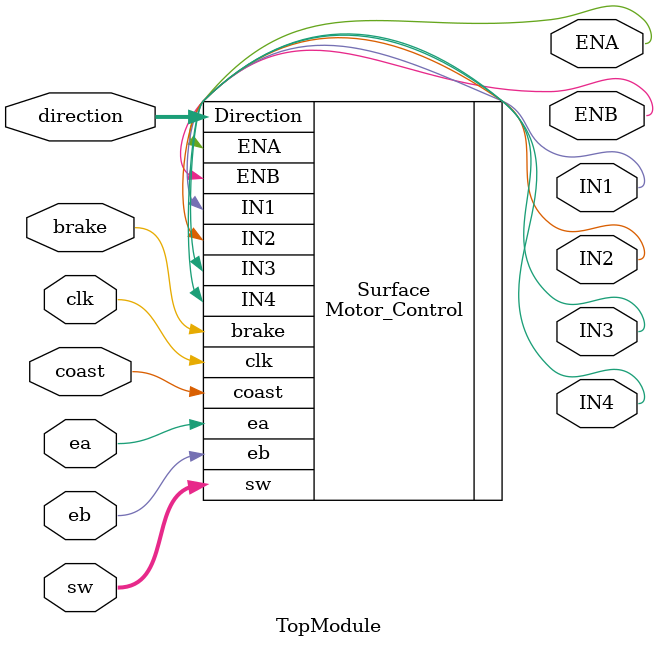
<source format=v>
`timescale 1ns / 1ps


module TopModule(
    input clk,
    input [2:0]direction,
    input [5:0]sw, // Speed for the motor control module set by the switches, to be removed
    input brake, // to be removed in favor of a register in the code
    input coast, // to be removed as with brake
    input ea, // input from the encoder of motor a
    input eb, // input from the encoder of motor b
//    input JA0, //echo from ultrasonic
//    output[3:0] an, //anode for seven seg
//    output[6:0] seg, //segment for seven seg
//    output JA1, //trigger for ultrasonic
    output IN1, // All that follow are motor outputs and shouldn't be moved
    output IN2, 
    output IN3,
    output IN4,
    output ENA,
    output ENB
);
    
//    wire[15:0] msg; //wire for the message for the seven seg
//    wire[15:0] dist; //distance from proximity sensor
    
//     seven_seg Useven_seg( //instantiate the seven seg display
//        .clk (clk),
//        .msg (msg),
//        .an  (an),
//        .seg (seg)
//     );
     
//     ultrasonic_proximity Uultrasonic_proximity( //instantiate the ultrasonic sensor
//        .clk  (clk),
//        .echo  (JA0),
//        .trigger  (JA1),
//        .dist (dist)
//      );
      
      // Motor control instantiaiton, Keep this at the bottom
      Motor_Control Surface (
        .Direction(direction),
        .clk(clk),
        .sw(sw),    // to be removed 
        .brake(brake),
        .coast(coast),
        .ea(ea),
        .eb(eb),
        .IN1(IN1),
        .IN2(IN2),
        .IN3(IN3),
        .IN4(IN4),
        .ENA(ENA),
        .ENB(ENB)
     );
     
    
endmodule

</source>
